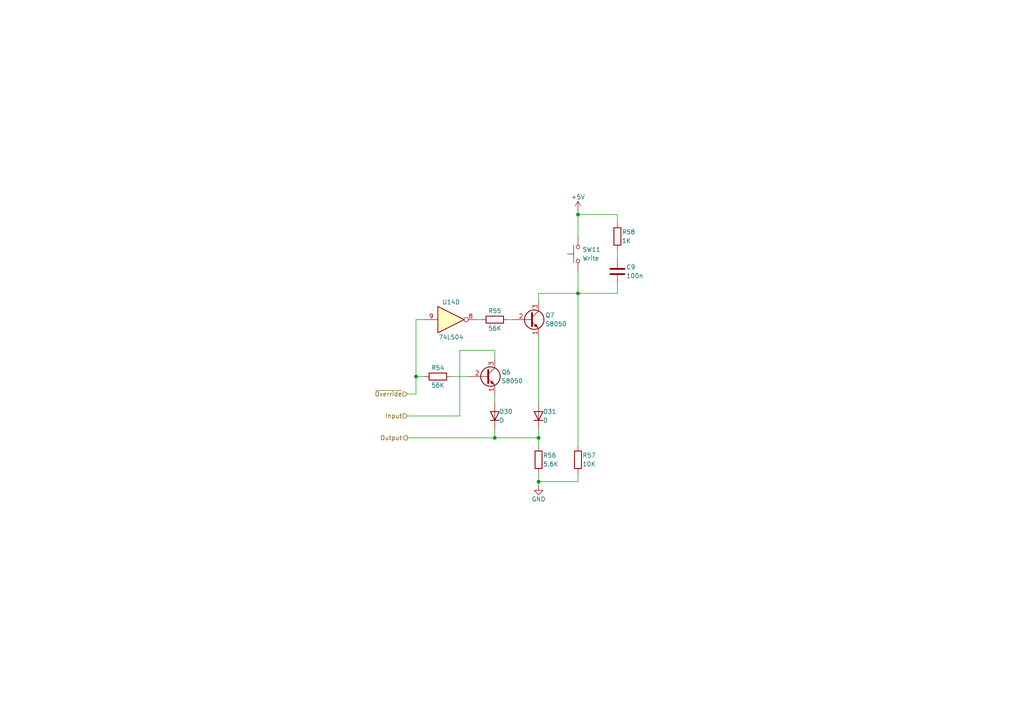
<source format=kicad_sch>
(kicad_sch (version 20231120) (generator "eeschema") (generator_version "8.0")
  (paper "A4")
  (title_block (title "8-Bit Computer - Memory Write Overrider") (date "2024-03-10") (rev "1") (comment 1 "Creator: Matan Brightbert"))
  (lib_symbols
    (symbol "74xx:74LS04"
      (property "Reference" "U" (at 0 1.27 0))
      (property "Value" "74LS04" (at 0 -1.27 0))
      (symbol "74LS04_1_0"
        (polyline (pts (xy -3.81 3.81) (xy -3.81 -3.81) (xy 3.81 0) (xy -3.81 3.81)) (stroke (width 0.254)) (fill (type background)))
        (pin input line (at -7.62 0 0) (length 3.81) (name "~") (number "1"))
        (pin output inverted (at 7.62 0 180) (length 3.81) (name "~") (number "2"))
      )
      (symbol "74LS04_2_0"
        (polyline (pts (xy -3.81 3.81) (xy -3.81 -3.81) (xy 3.81 0) (xy -3.81 3.81)) (stroke (width 0.254)) (fill (type background)))
        (pin input line (at -7.62 0 0) (length 3.81) (name "~") (number "3"))
        (pin output inverted (at 7.62 0 180) (length 3.81) (name "~") (number "4"))
      )
      (symbol "74LS04_3_0"
        (polyline (pts (xy -3.81 3.81) (xy -3.81 -3.81) (xy 3.81 0) (xy -3.81 3.81)) (stroke (width 0.254)) (fill (type background)))
        (pin input line (at -7.62 0 0) (length 3.81) (name "~") (number "5"))
        (pin output inverted (at 7.62 0 180) (length 3.81) (name "~") (number "6"))
      )
      (symbol "74LS04_4_0"
        (polyline (pts (xy -3.81 3.81) (xy -3.81 -3.81) (xy 3.81 0) (xy -3.81 3.81)) (stroke (width 0.254)) (fill (type background)))
        (pin output inverted (at 7.62 0 180) (length 3.81) (name "~") (number "8"))
        (pin input line (at -7.62 0 0) (length 3.81) (name "~") (number "9"))
      )
      (symbol "74LS04_5_0"
        (polyline (pts (xy -3.81 3.81) (xy -3.81 -3.81) (xy 3.81 0) (xy -3.81 3.81)) (stroke (width 0.254)) (fill (type background)))
        (pin output inverted (at 7.62 0 180) (length 3.81) (name "~") (number "10"))
        (pin input line (at -7.62 0 0) (length 3.81) (name "~") (number "11"))
      )
      (symbol "74LS04_6_0"
        (polyline (pts (xy -3.81 3.81) (xy -3.81 -3.81) (xy 3.81 0) (xy -3.81 3.81)) (stroke (width 0.254)) (fill (type background)))
        (pin output inverted (at 7.62 0 180) (length 3.81) (name "~") (number "12"))
        (pin input line (at -7.62 0 0) (length 3.81) (name "~") (number "13"))
      )
      (symbol "74LS04_7_0"
        (pin power_in line (at 0 12.7 270) (length 5.08) (name "VCC") (number "14"))
        (pin power_in line (at 0 -12.7 90) (length 5.08) (name "GND") (number "7"))
      )
      (symbol "74LS04_7_1"
        (rectangle (start -5.08 7.62) (end 5.08 -7.62) (stroke (width 0.254)) (fill (type background)))
      )
    )
    (symbol "Device:C" (pin_numbers hide) (pin_names (offset 0.254))
      (property "Reference" "C" (at 0.635 2.54 0))
      (property "Value" "C" (at 0.635 -2.54 0))
      (symbol "C_0_1"
        (polyline (pts (xy -2.032 -0.762) (xy 2.032 -0.762)) (stroke (width 0.508)))
        (polyline (pts (xy -2.032 0.762) (xy 2.032 0.762)) (stroke (width 0.508)))
      )
      (symbol "C_1_1"
        (pin passive line (at 0 3.81 270) (length 2.794) (name "~") (number "1"))
        (pin passive line (at 0 -3.81 90) (length 2.794) (name "~") (number "2"))
      )
    )
    (symbol "Device:D" (pin_numbers hide) (pin_names (offset 1.016) hide)
      (property "Reference" "D" (at 0 2.54 0))
      (property "Value" "D" (at 0 -2.54 0))
      (symbol "D_0_1"
        (polyline (pts (xy -1.27 1.27) (xy -1.27 -1.27)) (stroke (width 0.254)))
        (polyline (pts (xy 1.27 0) (xy -1.27 0)))
        (polyline (pts (xy 1.27 1.27) (xy 1.27 -1.27) (xy -1.27 0) (xy 1.27 1.27)) (stroke (width 0.254)))
      )
      (symbol "D_1_1"
        (pin passive line (at -3.81 0 0) (length 2.54) (name "K") (number "1"))
        (pin passive line (at 3.81 0 180) (length 2.54) (name "A") (number "2"))
      )
    )
    (symbol "Device:R" (pin_numbers hide) (pin_names (offset 0))
      (property "Reference" "R" (at 2.032 0 90))
      (property "Value" "R" (at 0 0 90))
      (symbol "R_0_1"
        (rectangle (start -1.016 -2.54) (end 1.016 2.54) (stroke (width 0.254)))
      )
      (symbol "R_1_1"
        (pin passive line (at 0 3.81 270) (length 1.27) (name "~") (number "1"))
        (pin passive line (at 0 -3.81 90) (length 1.27) (name "~") (number "2"))
      )
    )
    (symbol "Switch:SW_Push" (pin_numbers hide) (pin_names (offset 1.016) hide)
      (property "Reference" "SW" (at 1.27 2.54 0))
      (property "Value" "SW_Push" (at 0 -1.524 0))
      (symbol "SW_Push_0_1"
        (circle (center -2.032 0) (radius 0.508))
        (polyline (pts (xy 0 1.27) (xy 0 3.048)))
        (polyline (pts (xy 2.54 1.27) (xy -2.54 1.27)))
        (circle (center 2.032 0) (radius 0.508))
        (pin passive line (at -5.08 0 0) (length 2.54) (name "1") (number "1"))
        (pin passive line (at 5.08 0 180) (length 2.54) (name "2") (number "2"))
      )
    )
    (symbol "Transistor_BJT:S8050" (pin_names (offset 0) hide)
      (property "Reference" "Q" (at 5.08 1.905 0))
      (property "Value" "S8050" (at 5.08 0 0))
      (symbol "S8050_0_1"
        (polyline (pts (xy 0 0) (xy 0.635 0)))
        (polyline (pts (xy 0.635 0.635) (xy 2.54 2.54)))
        (polyline (pts (xy 0.635 -0.635) (xy 2.54 -2.54) (xy 2.54 -2.54)))
        (polyline (pts (xy 0.635 1.905) (xy 0.635 -1.905) (xy 0.635 -1.905)) (stroke (width 0.508)))
        (polyline (pts (xy 1.27 -1.778) (xy 1.778 -1.27) (xy 2.286 -2.286) (xy 1.27 -1.778) (xy 1.27 -1.778)) (fill (type outline)))
        (circle (center 1.27 0) (radius 2.8194) (stroke (width 0.254)))
      )
      (symbol "S8050_1_1"
        (pin passive line (at 2.54 -5.08 90) (length 2.54) (name "E") (number "1"))
        (pin input line (at -5.08 0 0) (length 5.08) (name "B") (number "2"))
        (pin passive line (at 2.54 5.08 270) (length 2.54) (name "C") (number "3"))
      )
    )
    (symbol "power:+5V" (power) (pin_numbers hide) (pin_names (offset 0) hide)
      (property "Value" "+5V" (at 0 3.556 0))
      (symbol "+5V_0_1"
        (polyline (pts (xy -0.762 1.27) (xy 0 2.54)))
        (polyline (pts (xy 0 0) (xy 0 2.54)))
        (polyline (pts (xy 0 2.54) (xy 0.762 1.27)))
      )
      (symbol "+5V_1_1"
        (pin power_in line (at 0 0 90) (length 0) (name "~") (number "1"))
      )
    )
    (symbol "power:GND" (power) (pin_numbers hide) (pin_names (offset 0) hide)
      (property "Value" "GND" (at 0 -3.81 0))
      (symbol "GND_0_1"
        (polyline (pts (xy 0 0) (xy 0 -1.27) (xy 1.27 -1.27) (xy 0 -2.54) (xy -1.27 -1.27) (xy 0 -1.27)))
      )
      (symbol "GND_1_1"
        (pin power_in line (at 0 0 270) (length 0) (name "~") (number "1"))
      )
    )
  )
  (junction (at 143.51 127))
  (junction (at 167.64 85.09))
  (junction (at 156.21 127))
  (junction (at 167.64 62.23))
  (junction (at 156.21 139.7))
  (junction (at 120.65 109.22))
  (wire (pts (xy 156.21 87.63) (xy 156.21 85.09)))
  (wire (pts (xy 138.43 92.71) (xy 139.7 92.71)))
  (wire (pts (xy 123.19 92.71) (xy 120.65 92.71)))
  (wire (pts (xy 143.51 124.46) (xy 143.51 127)))
  (wire (pts (xy 143.51 127) (xy 156.21 127)))
  (wire (pts (xy 118.11 127) (xy 143.51 127)))
  (wire (pts (xy 167.64 78.74) (xy 167.64 85.09)))
  (wire (pts (xy 179.07 62.23) (xy 179.07 64.77)))
  (wire (pts (xy 133.35 120.65) (xy 118.11 120.65)))
  (wire (pts (xy 156.21 85.09) (xy 167.64 85.09)))
  (wire (pts (xy 179.07 62.23) (xy 167.64 62.23)))
  (wire (pts (xy 133.35 101.6) (xy 133.35 120.65)))
  (wire (pts (xy 167.64 129.54) (xy 167.64 85.09)))
  (wire (pts (xy 143.51 114.3) (xy 143.51 116.84)))
  (wire (pts (xy 156.21 139.7) (xy 167.64 139.7)))
  (wire (pts (xy 143.51 101.6) (xy 133.35 101.6)))
  (wire (pts (xy 118.11 114.3) (xy 120.65 114.3)))
  (wire (pts (xy 179.07 82.55) (xy 179.07 85.09)))
  (wire (pts (xy 179.07 72.39) (xy 179.07 74.93)))
  (wire (pts (xy 156.21 139.7) (xy 156.21 140.97)))
  (wire (pts (xy 156.21 97.79) (xy 156.21 116.84)))
  (wire (pts (xy 120.65 92.71) (xy 120.65 109.22)))
  (wire (pts (xy 148.59 92.71) (xy 147.32 92.71)))
  (wire (pts (xy 167.64 139.7) (xy 167.64 137.16)))
  (wire (pts (xy 156.21 129.54) (xy 156.21 127)))
  (wire (pts (xy 167.64 62.23) (xy 167.64 68.58)))
  (wire (pts (xy 120.65 109.22) (xy 120.65 114.3)))
  (wire (pts (xy 130.81 109.22) (xy 135.89 109.22)))
  (wire (pts (xy 143.51 104.14) (xy 143.51 101.6)))
  (wire (pts (xy 167.64 60.96) (xy 167.64 62.23)))
  (wire (pts (xy 156.21 124.46) (xy 156.21 127)))
  (wire (pts (xy 156.21 137.16) (xy 156.21 139.7)))
  (wire (pts (xy 120.65 109.22) (xy 123.19 109.22)))
  (wire (pts (xy 179.07 85.09) (xy 167.64 85.09)))
  (hierarchical_label "~{Override}" (shape input) (at 118.11 114.3 180))
  (hierarchical_label "Output" (shape output) (at 118.11 127 180))
  (hierarchical_label "Input" (shape input) (at 118.11 120.65 180))
  (symbol (lib_id "Device:D") (at 156.21 120.65 90) (unit 1)
    (property "Reference" "D31" (at 157.48 119.38 90) (effects (justify right)))
    (property "Value" "D" (at 157.48 121.92 90) (effects (justify right)))
    (property "Footprint" "Diode_THT:D_DO-34_SOD68_P7.62mm_Horizontal" (effects (hide yes)))
    (property "Description" "Diode" (effects (hide yes)))
    (property "Sim.Device" "D" (effects (hide yes)))
    (property "Sim.Pins" "1=K 2=A" (effects (hide yes)))
  )
  (symbol (lib_id "74xx:74LS04") (at 130.81 92.71 0) (unit 4)
    (property "Reference" "U14" (at 130.81 87.63 0))
    (property "Value" "74LS04" (at 130.81 97.79 0))
    (property "Footprint" "Package_DIP:DIP-14_W7.62mm" (effects (hide yes)))
    (property "Datasheet" "http://www.ti.com/lit/gpn/sn74LS04" (effects (hide yes)))
    (property "Description" "Hex Inverter" (effects (hide yes)))
  )
  (symbol (lib_id "power:GND") (at 156.21 140.97 0) (unit 1)
    (property "Reference" "#PWR039" (effects (hide yes)))
    (property "Value" "GND" (at 156.21 144.78 0))
    (property "Description" "Power symbol creates a global label with name \"GND\" , ground" (effects (hide yes)))
  )
  (symbol (lib_id "Transistor_BJT:S8050") (at 140.97 109.22 0) (unit 1)
    (property "Reference" "Q6" (at 145.415 107.95 0) (effects (justify left)))
    (property "Value" "S8050" (at 145.415 110.49 0) (effects (justify left)))
    (property "Footprint" "Package_TO_SOT_THT:TO-92_Inline" (effects (hide yes)))
    (property "Datasheet" "http://www.unisonic.com.tw/datasheet/S8050.pdf" (effects (hide yes)))
    (property "Description" "0.7A Ic, 20V Vce, Low Voltage High Current NPN Transistor, TO-92" (effects (hide yes)))
  )
  (symbol (lib_id "Switch:SW_Push") (at 167.64 73.66 90) (unit 1)
    (property "Reference" "SW11" (at 168.91 72.39 90) (effects (justify right)))
    (property "Value" "Write" (at 168.91 74.93 90) (effects (justify right)))
    (property "Footprint" "Button_Switch_THT:SW_PUSH_6mm_H5mm" (effects (hide yes)))
    (property "Description" "Push button switch, generic, two pins" (effects (hide yes)))
  )
  (symbol (lib_id "Device:D") (at 143.51 120.65 90) (unit 1)
    (property "Reference" "D30" (at 144.78 119.38 90) (effects (justify right)))
    (property "Value" "D" (at 144.78 121.92 90) (effects (justify right)))
    (property "Footprint" "Diode_THT:D_DO-34_SOD68_P7.62mm_Horizontal" (effects (hide yes)))
    (property "Description" "Diode" (effects (hide yes)))
    (property "Sim.Device" "D" (effects (hide yes)))
    (property "Sim.Pins" "1=K 2=A" (effects (hide yes)))
  )
  (symbol (lib_id "Device:R") (at 143.51 92.71 90) (unit 1)
    (property "Reference" "R55" (at 143.51 90.17 90))
    (property "Value" "56K" (at 143.51 95.25 90))
    (property "Footprint" "Resistor_THT:R_Axial_DIN0207_L6.3mm_D2.5mm_P7.62mm_Horizontal" (effects (hide yes)))
    (property "Description" "Resistor" (effects (hide yes)))
  )
  (symbol (lib_id "Device:R") (at 167.64 133.35 0) (unit 1)
    (property "Reference" "R57" (at 168.91 132.08 0) (effects (justify left)))
    (property "Value" "10K" (at 168.91 134.62 0) (effects (justify left)))
    (property "Footprint" "Resistor_THT:R_Axial_DIN0207_L6.3mm_D2.5mm_P7.62mm_Horizontal" (effects (hide yes)))
    (property "Description" "Resistor" (effects (hide yes)))
  )
  (symbol (lib_id "Device:R") (at 127 109.22 90) (unit 1)
    (property "Reference" "R54" (at 127 106.68 90))
    (property "Value" "56K" (at 127 111.76 90))
    (property "Footprint" "Resistor_THT:R_Axial_DIN0207_L6.3mm_D2.5mm_P7.62mm_Horizontal" (effects (hide yes)))
    (property "Description" "Resistor" (effects (hide yes)))
  )
  (symbol (lib_id "power:+5V") (at 167.64 60.96 0) (unit 1)
    (property "Reference" "#PWR040" (effects (hide yes)))
    (property "Value" "+5V" (at 167.64 57.15 0))
    (property "Description" "Power symbol creates a global label with name \"+5V\"" (effects (hide yes)))
  )
  (symbol (lib_id "Device:R") (at 179.07 68.58 0) (unit 1)
    (property "Reference" "R58" (at 180.34 67.31 0) (effects (justify left)))
    (property "Value" "1K" (at 180.34 69.85 0) (effects (justify left)))
    (property "Footprint" "Resistor_THT:R_Axial_DIN0207_L6.3mm_D2.5mm_P7.62mm_Horizontal" (effects (hide yes)))
    (property "Description" "Resistor" (effects (hide yes)))
  )
  (symbol (lib_id "Device:R") (at 156.21 133.35 0) (unit 1)
    (property "Reference" "R56" (at 157.48 132.08 0) (effects (justify left)))
    (property "Value" "5.6K" (at 157.48 134.62 0) (effects (justify left)))
    (property "Footprint" "Resistor_THT:R_Axial_DIN0207_L6.3mm_D2.5mm_P7.62mm_Horizontal" (effects (hide yes)))
    (property "Description" "Resistor" (effects (hide yes)))
  )
  (symbol (lib_id "Device:C") (at 179.07 78.74 0) (unit 1)
    (property "Reference" "C9" (at 181.61 77.47 0) (effects (justify left)))
    (property "Value" "100n" (at 181.61 80.01 0) (effects (justify left)))
    (property "Footprint" "Capacitor_THT:C_Disc_D5.1mm_W3.2mm_P5.00mm" (effects (hide yes)))
    (property "Description" "Unpolarized capacitor" (effects (hide yes)))
  )
  (symbol (lib_id "Transistor_BJT:S8050") (at 153.67 92.71 0) (unit 1)
    (property "Reference" "Q7" (at 158.115 91.44 0) (effects (justify left)))
    (property "Value" "S8050" (at 158.115 93.98 0) (effects (justify left)))
    (property "Footprint" "Package_TO_SOT_THT:TO-92_Inline" (effects (hide yes)))
    (property "Datasheet" "http://www.unisonic.com.tw/datasheet/S8050.pdf" (effects (hide yes)))
    (property "Description" "0.7A Ic, 20V Vce, Low Voltage High Current NPN Transistor, TO-92" (effects (hide yes)))
  )
)
</source>
